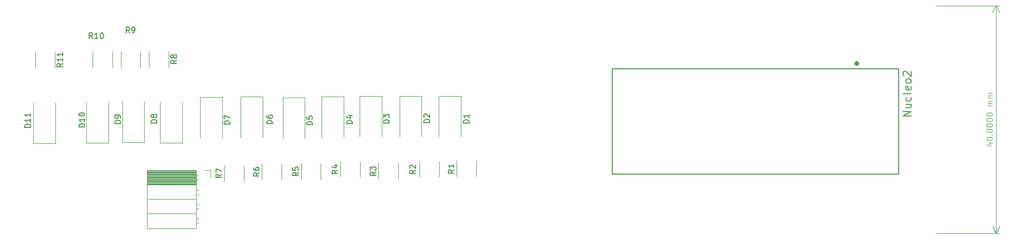
<source format=gbr>
%TF.GenerationSoftware,KiCad,Pcbnew,8.0.8*%
%TF.CreationDate,2025-04-10T10:16:36+02:00*%
%TF.ProjectId,Projet S6,50726f6a-6574-4205-9336-2e6b69636164,rev?*%
%TF.SameCoordinates,Original*%
%TF.FileFunction,Legend,Top*%
%TF.FilePolarity,Positive*%
%FSLAX46Y46*%
G04 Gerber Fmt 4.6, Leading zero omitted, Abs format (unit mm)*
G04 Created by KiCad (PCBNEW 8.0.8) date 2025-04-10 10:16:36*
%MOMM*%
%LPD*%
G01*
G04 APERTURE LIST*
%ADD10C,0.100000*%
%ADD11C,0.150000*%
%ADD12C,0.120000*%
%ADD13C,0.127000*%
%ADD14C,0.400000*%
G04 APERTURE END LIST*
D10*
X239690752Y-103842856D02*
X240357419Y-103842856D01*
X239309800Y-104080951D02*
X240024085Y-104319046D01*
X240024085Y-104319046D02*
X240024085Y-103699999D01*
X239357419Y-103128570D02*
X239357419Y-103033332D01*
X239357419Y-103033332D02*
X239405038Y-102938094D01*
X239405038Y-102938094D02*
X239452657Y-102890475D01*
X239452657Y-102890475D02*
X239547895Y-102842856D01*
X239547895Y-102842856D02*
X239738371Y-102795237D01*
X239738371Y-102795237D02*
X239976466Y-102795237D01*
X239976466Y-102795237D02*
X240166942Y-102842856D01*
X240166942Y-102842856D02*
X240262180Y-102890475D01*
X240262180Y-102890475D02*
X240309800Y-102938094D01*
X240309800Y-102938094D02*
X240357419Y-103033332D01*
X240357419Y-103033332D02*
X240357419Y-103128570D01*
X240357419Y-103128570D02*
X240309800Y-103223808D01*
X240309800Y-103223808D02*
X240262180Y-103271427D01*
X240262180Y-103271427D02*
X240166942Y-103319046D01*
X240166942Y-103319046D02*
X239976466Y-103366665D01*
X239976466Y-103366665D02*
X239738371Y-103366665D01*
X239738371Y-103366665D02*
X239547895Y-103319046D01*
X239547895Y-103319046D02*
X239452657Y-103271427D01*
X239452657Y-103271427D02*
X239405038Y-103223808D01*
X239405038Y-103223808D02*
X239357419Y-103128570D01*
X240262180Y-102366665D02*
X240309800Y-102319046D01*
X240309800Y-102319046D02*
X240357419Y-102366665D01*
X240357419Y-102366665D02*
X240309800Y-102414284D01*
X240309800Y-102414284D02*
X240262180Y-102366665D01*
X240262180Y-102366665D02*
X240357419Y-102366665D01*
X239357419Y-101699999D02*
X239357419Y-101604761D01*
X239357419Y-101604761D02*
X239405038Y-101509523D01*
X239405038Y-101509523D02*
X239452657Y-101461904D01*
X239452657Y-101461904D02*
X239547895Y-101414285D01*
X239547895Y-101414285D02*
X239738371Y-101366666D01*
X239738371Y-101366666D02*
X239976466Y-101366666D01*
X239976466Y-101366666D02*
X240166942Y-101414285D01*
X240166942Y-101414285D02*
X240262180Y-101461904D01*
X240262180Y-101461904D02*
X240309800Y-101509523D01*
X240309800Y-101509523D02*
X240357419Y-101604761D01*
X240357419Y-101604761D02*
X240357419Y-101699999D01*
X240357419Y-101699999D02*
X240309800Y-101795237D01*
X240309800Y-101795237D02*
X240262180Y-101842856D01*
X240262180Y-101842856D02*
X240166942Y-101890475D01*
X240166942Y-101890475D02*
X239976466Y-101938094D01*
X239976466Y-101938094D02*
X239738371Y-101938094D01*
X239738371Y-101938094D02*
X239547895Y-101890475D01*
X239547895Y-101890475D02*
X239452657Y-101842856D01*
X239452657Y-101842856D02*
X239405038Y-101795237D01*
X239405038Y-101795237D02*
X239357419Y-101699999D01*
X239357419Y-100747618D02*
X239357419Y-100652380D01*
X239357419Y-100652380D02*
X239405038Y-100557142D01*
X239405038Y-100557142D02*
X239452657Y-100509523D01*
X239452657Y-100509523D02*
X239547895Y-100461904D01*
X239547895Y-100461904D02*
X239738371Y-100414285D01*
X239738371Y-100414285D02*
X239976466Y-100414285D01*
X239976466Y-100414285D02*
X240166942Y-100461904D01*
X240166942Y-100461904D02*
X240262180Y-100509523D01*
X240262180Y-100509523D02*
X240309800Y-100557142D01*
X240309800Y-100557142D02*
X240357419Y-100652380D01*
X240357419Y-100652380D02*
X240357419Y-100747618D01*
X240357419Y-100747618D02*
X240309800Y-100842856D01*
X240309800Y-100842856D02*
X240262180Y-100890475D01*
X240262180Y-100890475D02*
X240166942Y-100938094D01*
X240166942Y-100938094D02*
X239976466Y-100985713D01*
X239976466Y-100985713D02*
X239738371Y-100985713D01*
X239738371Y-100985713D02*
X239547895Y-100938094D01*
X239547895Y-100938094D02*
X239452657Y-100890475D01*
X239452657Y-100890475D02*
X239405038Y-100842856D01*
X239405038Y-100842856D02*
X239357419Y-100747618D01*
X239357419Y-99795237D02*
X239357419Y-99699999D01*
X239357419Y-99699999D02*
X239405038Y-99604761D01*
X239405038Y-99604761D02*
X239452657Y-99557142D01*
X239452657Y-99557142D02*
X239547895Y-99509523D01*
X239547895Y-99509523D02*
X239738371Y-99461904D01*
X239738371Y-99461904D02*
X239976466Y-99461904D01*
X239976466Y-99461904D02*
X240166942Y-99509523D01*
X240166942Y-99509523D02*
X240262180Y-99557142D01*
X240262180Y-99557142D02*
X240309800Y-99604761D01*
X240309800Y-99604761D02*
X240357419Y-99699999D01*
X240357419Y-99699999D02*
X240357419Y-99795237D01*
X240357419Y-99795237D02*
X240309800Y-99890475D01*
X240309800Y-99890475D02*
X240262180Y-99938094D01*
X240262180Y-99938094D02*
X240166942Y-99985713D01*
X240166942Y-99985713D02*
X239976466Y-100033332D01*
X239976466Y-100033332D02*
X239738371Y-100033332D01*
X239738371Y-100033332D02*
X239547895Y-99985713D01*
X239547895Y-99985713D02*
X239452657Y-99938094D01*
X239452657Y-99938094D02*
X239405038Y-99890475D01*
X239405038Y-99890475D02*
X239357419Y-99795237D01*
X239357419Y-98842856D02*
X239357419Y-98747618D01*
X239357419Y-98747618D02*
X239405038Y-98652380D01*
X239405038Y-98652380D02*
X239452657Y-98604761D01*
X239452657Y-98604761D02*
X239547895Y-98557142D01*
X239547895Y-98557142D02*
X239738371Y-98509523D01*
X239738371Y-98509523D02*
X239976466Y-98509523D01*
X239976466Y-98509523D02*
X240166942Y-98557142D01*
X240166942Y-98557142D02*
X240262180Y-98604761D01*
X240262180Y-98604761D02*
X240309800Y-98652380D01*
X240309800Y-98652380D02*
X240357419Y-98747618D01*
X240357419Y-98747618D02*
X240357419Y-98842856D01*
X240357419Y-98842856D02*
X240309800Y-98938094D01*
X240309800Y-98938094D02*
X240262180Y-98985713D01*
X240262180Y-98985713D02*
X240166942Y-99033332D01*
X240166942Y-99033332D02*
X239976466Y-99080951D01*
X239976466Y-99080951D02*
X239738371Y-99080951D01*
X239738371Y-99080951D02*
X239547895Y-99033332D01*
X239547895Y-99033332D02*
X239452657Y-98985713D01*
X239452657Y-98985713D02*
X239405038Y-98938094D01*
X239405038Y-98938094D02*
X239357419Y-98842856D01*
X240357419Y-97319046D02*
X239690752Y-97319046D01*
X239785990Y-97319046D02*
X239738371Y-97271427D01*
X239738371Y-97271427D02*
X239690752Y-97176189D01*
X239690752Y-97176189D02*
X239690752Y-97033332D01*
X239690752Y-97033332D02*
X239738371Y-96938094D01*
X239738371Y-96938094D02*
X239833609Y-96890475D01*
X239833609Y-96890475D02*
X240357419Y-96890475D01*
X239833609Y-96890475D02*
X239738371Y-96842856D01*
X239738371Y-96842856D02*
X239690752Y-96747618D01*
X239690752Y-96747618D02*
X239690752Y-96604761D01*
X239690752Y-96604761D02*
X239738371Y-96509522D01*
X239738371Y-96509522D02*
X239833609Y-96461903D01*
X239833609Y-96461903D02*
X240357419Y-96461903D01*
X240357419Y-95985713D02*
X239690752Y-95985713D01*
X239785990Y-95985713D02*
X239738371Y-95938094D01*
X239738371Y-95938094D02*
X239690752Y-95842856D01*
X239690752Y-95842856D02*
X239690752Y-95699999D01*
X239690752Y-95699999D02*
X239738371Y-95604761D01*
X239738371Y-95604761D02*
X239833609Y-95557142D01*
X239833609Y-95557142D02*
X240357419Y-95557142D01*
X239833609Y-95557142D02*
X239738371Y-95509523D01*
X239738371Y-95509523D02*
X239690752Y-95414285D01*
X239690752Y-95414285D02*
X239690752Y-95271428D01*
X239690752Y-95271428D02*
X239738371Y-95176189D01*
X239738371Y-95176189D02*
X239833609Y-95128570D01*
X239833609Y-95128570D02*
X240357419Y-95128570D01*
X230400000Y-119700000D02*
X241586420Y-119700000D01*
X230400000Y-79700000D02*
X241586420Y-79700000D01*
X241000000Y-119700000D02*
X241000000Y-79700000D01*
X241000000Y-119700000D02*
X241000000Y-79700000D01*
X241000000Y-119700000D02*
X240413579Y-118573496D01*
X241000000Y-119700000D02*
X241586421Y-118573496D01*
X241000000Y-79700000D02*
X241586421Y-80826504D01*
X241000000Y-79700000D02*
X240413579Y-80826504D01*
D11*
X127954819Y-100450594D02*
X126954819Y-100450594D01*
X126954819Y-100450594D02*
X126954819Y-100212499D01*
X126954819Y-100212499D02*
X127002438Y-100069642D01*
X127002438Y-100069642D02*
X127097676Y-99974404D01*
X127097676Y-99974404D02*
X127192914Y-99926785D01*
X127192914Y-99926785D02*
X127383390Y-99879166D01*
X127383390Y-99879166D02*
X127526247Y-99879166D01*
X127526247Y-99879166D02*
X127716723Y-99926785D01*
X127716723Y-99926785D02*
X127811961Y-99974404D01*
X127811961Y-99974404D02*
X127907200Y-100069642D01*
X127907200Y-100069642D02*
X127954819Y-100212499D01*
X127954819Y-100212499D02*
X127954819Y-100450594D01*
X127288152Y-99022023D02*
X127954819Y-99022023D01*
X126907200Y-99260118D02*
X127621485Y-99498213D01*
X127621485Y-99498213D02*
X127621485Y-98879166D01*
X97104819Y-89266666D02*
X96628628Y-89599999D01*
X97104819Y-89838094D02*
X96104819Y-89838094D01*
X96104819Y-89838094D02*
X96104819Y-89457142D01*
X96104819Y-89457142D02*
X96152438Y-89361904D01*
X96152438Y-89361904D02*
X96200057Y-89314285D01*
X96200057Y-89314285D02*
X96295295Y-89266666D01*
X96295295Y-89266666D02*
X96438152Y-89266666D01*
X96438152Y-89266666D02*
X96533390Y-89314285D01*
X96533390Y-89314285D02*
X96581009Y-89361904D01*
X96581009Y-89361904D02*
X96628628Y-89457142D01*
X96628628Y-89457142D02*
X96628628Y-89838094D01*
X96533390Y-88695237D02*
X96485771Y-88790475D01*
X96485771Y-88790475D02*
X96438152Y-88838094D01*
X96438152Y-88838094D02*
X96342914Y-88885713D01*
X96342914Y-88885713D02*
X96295295Y-88885713D01*
X96295295Y-88885713D02*
X96200057Y-88838094D01*
X96200057Y-88838094D02*
X96152438Y-88790475D01*
X96152438Y-88790475D02*
X96104819Y-88695237D01*
X96104819Y-88695237D02*
X96104819Y-88504761D01*
X96104819Y-88504761D02*
X96152438Y-88409523D01*
X96152438Y-88409523D02*
X96200057Y-88361904D01*
X96200057Y-88361904D02*
X96295295Y-88314285D01*
X96295295Y-88314285D02*
X96342914Y-88314285D01*
X96342914Y-88314285D02*
X96438152Y-88361904D01*
X96438152Y-88361904D02*
X96485771Y-88409523D01*
X96485771Y-88409523D02*
X96533390Y-88504761D01*
X96533390Y-88504761D02*
X96533390Y-88695237D01*
X96533390Y-88695237D02*
X96581009Y-88790475D01*
X96581009Y-88790475D02*
X96628628Y-88838094D01*
X96628628Y-88838094D02*
X96723866Y-88885713D01*
X96723866Y-88885713D02*
X96914342Y-88885713D01*
X96914342Y-88885713D02*
X97009580Y-88838094D01*
X97009580Y-88838094D02*
X97057200Y-88790475D01*
X97057200Y-88790475D02*
X97104819Y-88695237D01*
X97104819Y-88695237D02*
X97104819Y-88504761D01*
X97104819Y-88504761D02*
X97057200Y-88409523D01*
X97057200Y-88409523D02*
X97009580Y-88361904D01*
X97009580Y-88361904D02*
X96914342Y-88314285D01*
X96914342Y-88314285D02*
X96723866Y-88314285D01*
X96723866Y-88314285D02*
X96628628Y-88361904D01*
X96628628Y-88361904D02*
X96581009Y-88409523D01*
X96581009Y-88409523D02*
X96533390Y-88504761D01*
X118504819Y-109041666D02*
X118028628Y-109374999D01*
X118504819Y-109613094D02*
X117504819Y-109613094D01*
X117504819Y-109613094D02*
X117504819Y-109232142D01*
X117504819Y-109232142D02*
X117552438Y-109136904D01*
X117552438Y-109136904D02*
X117600057Y-109089285D01*
X117600057Y-109089285D02*
X117695295Y-109041666D01*
X117695295Y-109041666D02*
X117838152Y-109041666D01*
X117838152Y-109041666D02*
X117933390Y-109089285D01*
X117933390Y-109089285D02*
X117981009Y-109136904D01*
X117981009Y-109136904D02*
X118028628Y-109232142D01*
X118028628Y-109232142D02*
X118028628Y-109613094D01*
X117504819Y-108136904D02*
X117504819Y-108613094D01*
X117504819Y-108613094D02*
X117981009Y-108660713D01*
X117981009Y-108660713D02*
X117933390Y-108613094D01*
X117933390Y-108613094D02*
X117885771Y-108517856D01*
X117885771Y-108517856D02*
X117885771Y-108279761D01*
X117885771Y-108279761D02*
X117933390Y-108184523D01*
X117933390Y-108184523D02*
X117981009Y-108136904D01*
X117981009Y-108136904D02*
X118076247Y-108089285D01*
X118076247Y-108089285D02*
X118314342Y-108089285D01*
X118314342Y-108089285D02*
X118409580Y-108136904D01*
X118409580Y-108136904D02*
X118457200Y-108184523D01*
X118457200Y-108184523D02*
X118504819Y-108279761D01*
X118504819Y-108279761D02*
X118504819Y-108517856D01*
X118504819Y-108517856D02*
X118457200Y-108613094D01*
X118457200Y-108613094D02*
X118409580Y-108660713D01*
X132104819Y-108966666D02*
X131628628Y-109299999D01*
X132104819Y-109538094D02*
X131104819Y-109538094D01*
X131104819Y-109538094D02*
X131104819Y-109157142D01*
X131104819Y-109157142D02*
X131152438Y-109061904D01*
X131152438Y-109061904D02*
X131200057Y-109014285D01*
X131200057Y-109014285D02*
X131295295Y-108966666D01*
X131295295Y-108966666D02*
X131438152Y-108966666D01*
X131438152Y-108966666D02*
X131533390Y-109014285D01*
X131533390Y-109014285D02*
X131581009Y-109061904D01*
X131581009Y-109061904D02*
X131628628Y-109157142D01*
X131628628Y-109157142D02*
X131628628Y-109538094D01*
X131104819Y-108633332D02*
X131104819Y-108014285D01*
X131104819Y-108014285D02*
X131485771Y-108347618D01*
X131485771Y-108347618D02*
X131485771Y-108204761D01*
X131485771Y-108204761D02*
X131533390Y-108109523D01*
X131533390Y-108109523D02*
X131581009Y-108061904D01*
X131581009Y-108061904D02*
X131676247Y-108014285D01*
X131676247Y-108014285D02*
X131914342Y-108014285D01*
X131914342Y-108014285D02*
X132009580Y-108061904D01*
X132009580Y-108061904D02*
X132057200Y-108109523D01*
X132057200Y-108109523D02*
X132104819Y-108204761D01*
X132104819Y-108204761D02*
X132104819Y-108490475D01*
X132104819Y-108490475D02*
X132057200Y-108585713D01*
X132057200Y-108585713D02*
X132009580Y-108633332D01*
X105004819Y-109366666D02*
X104528628Y-109699999D01*
X105004819Y-109938094D02*
X104004819Y-109938094D01*
X104004819Y-109938094D02*
X104004819Y-109557142D01*
X104004819Y-109557142D02*
X104052438Y-109461904D01*
X104052438Y-109461904D02*
X104100057Y-109414285D01*
X104100057Y-109414285D02*
X104195295Y-109366666D01*
X104195295Y-109366666D02*
X104338152Y-109366666D01*
X104338152Y-109366666D02*
X104433390Y-109414285D01*
X104433390Y-109414285D02*
X104481009Y-109461904D01*
X104481009Y-109461904D02*
X104528628Y-109557142D01*
X104528628Y-109557142D02*
X104528628Y-109938094D01*
X104004819Y-109033332D02*
X104004819Y-108366666D01*
X104004819Y-108366666D02*
X105004819Y-108795237D01*
X113914819Y-100450594D02*
X112914819Y-100450594D01*
X112914819Y-100450594D02*
X112914819Y-100212499D01*
X112914819Y-100212499D02*
X112962438Y-100069642D01*
X112962438Y-100069642D02*
X113057676Y-99974404D01*
X113057676Y-99974404D02*
X113152914Y-99926785D01*
X113152914Y-99926785D02*
X113343390Y-99879166D01*
X113343390Y-99879166D02*
X113486247Y-99879166D01*
X113486247Y-99879166D02*
X113676723Y-99926785D01*
X113676723Y-99926785D02*
X113771961Y-99974404D01*
X113771961Y-99974404D02*
X113867200Y-100069642D01*
X113867200Y-100069642D02*
X113914819Y-100212499D01*
X113914819Y-100212499D02*
X113914819Y-100450594D01*
X112914819Y-99022023D02*
X112914819Y-99212499D01*
X112914819Y-99212499D02*
X112962438Y-99307737D01*
X112962438Y-99307737D02*
X113010057Y-99355356D01*
X113010057Y-99355356D02*
X113152914Y-99450594D01*
X113152914Y-99450594D02*
X113343390Y-99498213D01*
X113343390Y-99498213D02*
X113724342Y-99498213D01*
X113724342Y-99498213D02*
X113819580Y-99450594D01*
X113819580Y-99450594D02*
X113867200Y-99402975D01*
X113867200Y-99402975D02*
X113914819Y-99307737D01*
X113914819Y-99307737D02*
X113914819Y-99117261D01*
X113914819Y-99117261D02*
X113867200Y-99022023D01*
X113867200Y-99022023D02*
X113819580Y-98974404D01*
X113819580Y-98974404D02*
X113724342Y-98926785D01*
X113724342Y-98926785D02*
X113486247Y-98926785D01*
X113486247Y-98926785D02*
X113391009Y-98974404D01*
X113391009Y-98974404D02*
X113343390Y-99022023D01*
X113343390Y-99022023D02*
X113295771Y-99117261D01*
X113295771Y-99117261D02*
X113295771Y-99307737D01*
X113295771Y-99307737D02*
X113343390Y-99402975D01*
X113343390Y-99402975D02*
X113391009Y-99450594D01*
X113391009Y-99450594D02*
X113486247Y-99498213D01*
X71454819Y-101101785D02*
X70454819Y-101101785D01*
X70454819Y-101101785D02*
X70454819Y-100863690D01*
X70454819Y-100863690D02*
X70502438Y-100720833D01*
X70502438Y-100720833D02*
X70597676Y-100625595D01*
X70597676Y-100625595D02*
X70692914Y-100577976D01*
X70692914Y-100577976D02*
X70883390Y-100530357D01*
X70883390Y-100530357D02*
X71026247Y-100530357D01*
X71026247Y-100530357D02*
X71216723Y-100577976D01*
X71216723Y-100577976D02*
X71311961Y-100625595D01*
X71311961Y-100625595D02*
X71407200Y-100720833D01*
X71407200Y-100720833D02*
X71454819Y-100863690D01*
X71454819Y-100863690D02*
X71454819Y-101101785D01*
X71454819Y-99577976D02*
X71454819Y-100149404D01*
X71454819Y-99863690D02*
X70454819Y-99863690D01*
X70454819Y-99863690D02*
X70597676Y-99958928D01*
X70597676Y-99958928D02*
X70692914Y-100054166D01*
X70692914Y-100054166D02*
X70740533Y-100149404D01*
X71454819Y-98625595D02*
X71454819Y-99197023D01*
X71454819Y-98911309D02*
X70454819Y-98911309D01*
X70454819Y-98911309D02*
X70597676Y-99006547D01*
X70597676Y-99006547D02*
X70692914Y-99101785D01*
X70692914Y-99101785D02*
X70740533Y-99197023D01*
X106454819Y-100525594D02*
X105454819Y-100525594D01*
X105454819Y-100525594D02*
X105454819Y-100287499D01*
X105454819Y-100287499D02*
X105502438Y-100144642D01*
X105502438Y-100144642D02*
X105597676Y-100049404D01*
X105597676Y-100049404D02*
X105692914Y-100001785D01*
X105692914Y-100001785D02*
X105883390Y-99954166D01*
X105883390Y-99954166D02*
X106026247Y-99954166D01*
X106026247Y-99954166D02*
X106216723Y-100001785D01*
X106216723Y-100001785D02*
X106311961Y-100049404D01*
X106311961Y-100049404D02*
X106407200Y-100144642D01*
X106407200Y-100144642D02*
X106454819Y-100287499D01*
X106454819Y-100287499D02*
X106454819Y-100525594D01*
X105454819Y-99620832D02*
X105454819Y-98954166D01*
X105454819Y-98954166D02*
X106454819Y-99382737D01*
X120954819Y-100625594D02*
X119954819Y-100625594D01*
X119954819Y-100625594D02*
X119954819Y-100387499D01*
X119954819Y-100387499D02*
X120002438Y-100244642D01*
X120002438Y-100244642D02*
X120097676Y-100149404D01*
X120097676Y-100149404D02*
X120192914Y-100101785D01*
X120192914Y-100101785D02*
X120383390Y-100054166D01*
X120383390Y-100054166D02*
X120526247Y-100054166D01*
X120526247Y-100054166D02*
X120716723Y-100101785D01*
X120716723Y-100101785D02*
X120811961Y-100149404D01*
X120811961Y-100149404D02*
X120907200Y-100244642D01*
X120907200Y-100244642D02*
X120954819Y-100387499D01*
X120954819Y-100387499D02*
X120954819Y-100625594D01*
X119954819Y-99149404D02*
X119954819Y-99625594D01*
X119954819Y-99625594D02*
X120431009Y-99673213D01*
X120431009Y-99673213D02*
X120383390Y-99625594D01*
X120383390Y-99625594D02*
X120335771Y-99530356D01*
X120335771Y-99530356D02*
X120335771Y-99292261D01*
X120335771Y-99292261D02*
X120383390Y-99197023D01*
X120383390Y-99197023D02*
X120431009Y-99149404D01*
X120431009Y-99149404D02*
X120526247Y-99101785D01*
X120526247Y-99101785D02*
X120764342Y-99101785D01*
X120764342Y-99101785D02*
X120859580Y-99149404D01*
X120859580Y-99149404D02*
X120907200Y-99197023D01*
X120907200Y-99197023D02*
X120954819Y-99292261D01*
X120954819Y-99292261D02*
X120954819Y-99530356D01*
X120954819Y-99530356D02*
X120907200Y-99625594D01*
X120907200Y-99625594D02*
X120859580Y-99673213D01*
X134454819Y-100338094D02*
X133454819Y-100338094D01*
X133454819Y-100338094D02*
X133454819Y-100099999D01*
X133454819Y-100099999D02*
X133502438Y-99957142D01*
X133502438Y-99957142D02*
X133597676Y-99861904D01*
X133597676Y-99861904D02*
X133692914Y-99814285D01*
X133692914Y-99814285D02*
X133883390Y-99766666D01*
X133883390Y-99766666D02*
X134026247Y-99766666D01*
X134026247Y-99766666D02*
X134216723Y-99814285D01*
X134216723Y-99814285D02*
X134311961Y-99861904D01*
X134311961Y-99861904D02*
X134407200Y-99957142D01*
X134407200Y-99957142D02*
X134454819Y-100099999D01*
X134454819Y-100099999D02*
X134454819Y-100338094D01*
X133454819Y-99433332D02*
X133454819Y-98814285D01*
X133454819Y-98814285D02*
X133835771Y-99147618D01*
X133835771Y-99147618D02*
X133835771Y-99004761D01*
X133835771Y-99004761D02*
X133883390Y-98909523D01*
X133883390Y-98909523D02*
X133931009Y-98861904D01*
X133931009Y-98861904D02*
X134026247Y-98814285D01*
X134026247Y-98814285D02*
X134264342Y-98814285D01*
X134264342Y-98814285D02*
X134359580Y-98861904D01*
X134359580Y-98861904D02*
X134407200Y-98909523D01*
X134407200Y-98909523D02*
X134454819Y-99004761D01*
X134454819Y-99004761D02*
X134454819Y-99290475D01*
X134454819Y-99290475D02*
X134407200Y-99385713D01*
X134407200Y-99385713D02*
X134359580Y-99433332D01*
X77104819Y-89842857D02*
X76628628Y-90176190D01*
X77104819Y-90414285D02*
X76104819Y-90414285D01*
X76104819Y-90414285D02*
X76104819Y-90033333D01*
X76104819Y-90033333D02*
X76152438Y-89938095D01*
X76152438Y-89938095D02*
X76200057Y-89890476D01*
X76200057Y-89890476D02*
X76295295Y-89842857D01*
X76295295Y-89842857D02*
X76438152Y-89842857D01*
X76438152Y-89842857D02*
X76533390Y-89890476D01*
X76533390Y-89890476D02*
X76581009Y-89938095D01*
X76581009Y-89938095D02*
X76628628Y-90033333D01*
X76628628Y-90033333D02*
X76628628Y-90414285D01*
X77104819Y-88890476D02*
X77104819Y-89461904D01*
X77104819Y-89176190D02*
X76104819Y-89176190D01*
X76104819Y-89176190D02*
X76247676Y-89271428D01*
X76247676Y-89271428D02*
X76342914Y-89366666D01*
X76342914Y-89366666D02*
X76390533Y-89461904D01*
X77104819Y-87938095D02*
X77104819Y-88509523D01*
X77104819Y-88223809D02*
X76104819Y-88223809D01*
X76104819Y-88223809D02*
X76247676Y-88319047D01*
X76247676Y-88319047D02*
X76342914Y-88414285D01*
X76342914Y-88414285D02*
X76390533Y-88509523D01*
X139054819Y-108666666D02*
X138578628Y-108999999D01*
X139054819Y-109238094D02*
X138054819Y-109238094D01*
X138054819Y-109238094D02*
X138054819Y-108857142D01*
X138054819Y-108857142D02*
X138102438Y-108761904D01*
X138102438Y-108761904D02*
X138150057Y-108714285D01*
X138150057Y-108714285D02*
X138245295Y-108666666D01*
X138245295Y-108666666D02*
X138388152Y-108666666D01*
X138388152Y-108666666D02*
X138483390Y-108714285D01*
X138483390Y-108714285D02*
X138531009Y-108761904D01*
X138531009Y-108761904D02*
X138578628Y-108857142D01*
X138578628Y-108857142D02*
X138578628Y-109238094D01*
X138150057Y-108285713D02*
X138102438Y-108238094D01*
X138102438Y-108238094D02*
X138054819Y-108142856D01*
X138054819Y-108142856D02*
X138054819Y-107904761D01*
X138054819Y-107904761D02*
X138102438Y-107809523D01*
X138102438Y-107809523D02*
X138150057Y-107761904D01*
X138150057Y-107761904D02*
X138245295Y-107714285D01*
X138245295Y-107714285D02*
X138340533Y-107714285D01*
X138340533Y-107714285D02*
X138483390Y-107761904D01*
X138483390Y-107761904D02*
X139054819Y-108333332D01*
X139054819Y-108333332D02*
X139054819Y-107714285D01*
X80954819Y-101014285D02*
X79954819Y-101014285D01*
X79954819Y-101014285D02*
X79954819Y-100776190D01*
X79954819Y-100776190D02*
X80002438Y-100633333D01*
X80002438Y-100633333D02*
X80097676Y-100538095D01*
X80097676Y-100538095D02*
X80192914Y-100490476D01*
X80192914Y-100490476D02*
X80383390Y-100442857D01*
X80383390Y-100442857D02*
X80526247Y-100442857D01*
X80526247Y-100442857D02*
X80716723Y-100490476D01*
X80716723Y-100490476D02*
X80811961Y-100538095D01*
X80811961Y-100538095D02*
X80907200Y-100633333D01*
X80907200Y-100633333D02*
X80954819Y-100776190D01*
X80954819Y-100776190D02*
X80954819Y-101014285D01*
X80954819Y-99490476D02*
X80954819Y-100061904D01*
X80954819Y-99776190D02*
X79954819Y-99776190D01*
X79954819Y-99776190D02*
X80097676Y-99871428D01*
X80097676Y-99871428D02*
X80192914Y-99966666D01*
X80192914Y-99966666D02*
X80240533Y-100061904D01*
X79954819Y-98871428D02*
X79954819Y-98776190D01*
X79954819Y-98776190D02*
X80002438Y-98680952D01*
X80002438Y-98680952D02*
X80050057Y-98633333D01*
X80050057Y-98633333D02*
X80145295Y-98585714D01*
X80145295Y-98585714D02*
X80335771Y-98538095D01*
X80335771Y-98538095D02*
X80573866Y-98538095D01*
X80573866Y-98538095D02*
X80764342Y-98585714D01*
X80764342Y-98585714D02*
X80859580Y-98633333D01*
X80859580Y-98633333D02*
X80907200Y-98680952D01*
X80907200Y-98680952D02*
X80954819Y-98776190D01*
X80954819Y-98776190D02*
X80954819Y-98871428D01*
X80954819Y-98871428D02*
X80907200Y-98966666D01*
X80907200Y-98966666D02*
X80859580Y-99014285D01*
X80859580Y-99014285D02*
X80764342Y-99061904D01*
X80764342Y-99061904D02*
X80573866Y-99109523D01*
X80573866Y-99109523D02*
X80335771Y-99109523D01*
X80335771Y-99109523D02*
X80145295Y-99061904D01*
X80145295Y-99061904D02*
X80050057Y-99014285D01*
X80050057Y-99014285D02*
X80002438Y-98966666D01*
X80002438Y-98966666D02*
X79954819Y-98871428D01*
X88833333Y-84454819D02*
X88500000Y-83978628D01*
X88261905Y-84454819D02*
X88261905Y-83454819D01*
X88261905Y-83454819D02*
X88642857Y-83454819D01*
X88642857Y-83454819D02*
X88738095Y-83502438D01*
X88738095Y-83502438D02*
X88785714Y-83550057D01*
X88785714Y-83550057D02*
X88833333Y-83645295D01*
X88833333Y-83645295D02*
X88833333Y-83788152D01*
X88833333Y-83788152D02*
X88785714Y-83883390D01*
X88785714Y-83883390D02*
X88738095Y-83931009D01*
X88738095Y-83931009D02*
X88642857Y-83978628D01*
X88642857Y-83978628D02*
X88261905Y-83978628D01*
X89309524Y-84454819D02*
X89500000Y-84454819D01*
X89500000Y-84454819D02*
X89595238Y-84407200D01*
X89595238Y-84407200D02*
X89642857Y-84359580D01*
X89642857Y-84359580D02*
X89738095Y-84216723D01*
X89738095Y-84216723D02*
X89785714Y-84026247D01*
X89785714Y-84026247D02*
X89785714Y-83645295D01*
X89785714Y-83645295D02*
X89738095Y-83550057D01*
X89738095Y-83550057D02*
X89690476Y-83502438D01*
X89690476Y-83502438D02*
X89595238Y-83454819D01*
X89595238Y-83454819D02*
X89404762Y-83454819D01*
X89404762Y-83454819D02*
X89309524Y-83502438D01*
X89309524Y-83502438D02*
X89261905Y-83550057D01*
X89261905Y-83550057D02*
X89214286Y-83645295D01*
X89214286Y-83645295D02*
X89214286Y-83883390D01*
X89214286Y-83883390D02*
X89261905Y-83978628D01*
X89261905Y-83978628D02*
X89309524Y-84026247D01*
X89309524Y-84026247D02*
X89404762Y-84073866D01*
X89404762Y-84073866D02*
X89595238Y-84073866D01*
X89595238Y-84073866D02*
X89690476Y-84026247D01*
X89690476Y-84026247D02*
X89738095Y-83978628D01*
X89738095Y-83978628D02*
X89785714Y-83883390D01*
X141554819Y-100250594D02*
X140554819Y-100250594D01*
X140554819Y-100250594D02*
X140554819Y-100012499D01*
X140554819Y-100012499D02*
X140602438Y-99869642D01*
X140602438Y-99869642D02*
X140697676Y-99774404D01*
X140697676Y-99774404D02*
X140792914Y-99726785D01*
X140792914Y-99726785D02*
X140983390Y-99679166D01*
X140983390Y-99679166D02*
X141126247Y-99679166D01*
X141126247Y-99679166D02*
X141316723Y-99726785D01*
X141316723Y-99726785D02*
X141411961Y-99774404D01*
X141411961Y-99774404D02*
X141507200Y-99869642D01*
X141507200Y-99869642D02*
X141554819Y-100012499D01*
X141554819Y-100012499D02*
X141554819Y-100250594D01*
X140650057Y-99298213D02*
X140602438Y-99250594D01*
X140602438Y-99250594D02*
X140554819Y-99155356D01*
X140554819Y-99155356D02*
X140554819Y-98917261D01*
X140554819Y-98917261D02*
X140602438Y-98822023D01*
X140602438Y-98822023D02*
X140650057Y-98774404D01*
X140650057Y-98774404D02*
X140745295Y-98726785D01*
X140745295Y-98726785D02*
X140840533Y-98726785D01*
X140840533Y-98726785D02*
X140983390Y-98774404D01*
X140983390Y-98774404D02*
X141554819Y-99345832D01*
X141554819Y-99345832D02*
X141554819Y-98726785D01*
X82357142Y-85454819D02*
X82023809Y-84978628D01*
X81785714Y-85454819D02*
X81785714Y-84454819D01*
X81785714Y-84454819D02*
X82166666Y-84454819D01*
X82166666Y-84454819D02*
X82261904Y-84502438D01*
X82261904Y-84502438D02*
X82309523Y-84550057D01*
X82309523Y-84550057D02*
X82357142Y-84645295D01*
X82357142Y-84645295D02*
X82357142Y-84788152D01*
X82357142Y-84788152D02*
X82309523Y-84883390D01*
X82309523Y-84883390D02*
X82261904Y-84931009D01*
X82261904Y-84931009D02*
X82166666Y-84978628D01*
X82166666Y-84978628D02*
X81785714Y-84978628D01*
X83309523Y-85454819D02*
X82738095Y-85454819D01*
X83023809Y-85454819D02*
X83023809Y-84454819D01*
X83023809Y-84454819D02*
X82928571Y-84597676D01*
X82928571Y-84597676D02*
X82833333Y-84692914D01*
X82833333Y-84692914D02*
X82738095Y-84740533D01*
X83928571Y-84454819D02*
X84023809Y-84454819D01*
X84023809Y-84454819D02*
X84119047Y-84502438D01*
X84119047Y-84502438D02*
X84166666Y-84550057D01*
X84166666Y-84550057D02*
X84214285Y-84645295D01*
X84214285Y-84645295D02*
X84261904Y-84835771D01*
X84261904Y-84835771D02*
X84261904Y-85073866D01*
X84261904Y-85073866D02*
X84214285Y-85264342D01*
X84214285Y-85264342D02*
X84166666Y-85359580D01*
X84166666Y-85359580D02*
X84119047Y-85407200D01*
X84119047Y-85407200D02*
X84023809Y-85454819D01*
X84023809Y-85454819D02*
X83928571Y-85454819D01*
X83928571Y-85454819D02*
X83833333Y-85407200D01*
X83833333Y-85407200D02*
X83785714Y-85359580D01*
X83785714Y-85359580D02*
X83738095Y-85264342D01*
X83738095Y-85264342D02*
X83690476Y-85073866D01*
X83690476Y-85073866D02*
X83690476Y-84835771D01*
X83690476Y-84835771D02*
X83738095Y-84645295D01*
X83738095Y-84645295D02*
X83785714Y-84550057D01*
X83785714Y-84550057D02*
X83833333Y-84502438D01*
X83833333Y-84502438D02*
X83928571Y-84454819D01*
X111604819Y-109066666D02*
X111128628Y-109399999D01*
X111604819Y-109638094D02*
X110604819Y-109638094D01*
X110604819Y-109638094D02*
X110604819Y-109257142D01*
X110604819Y-109257142D02*
X110652438Y-109161904D01*
X110652438Y-109161904D02*
X110700057Y-109114285D01*
X110700057Y-109114285D02*
X110795295Y-109066666D01*
X110795295Y-109066666D02*
X110938152Y-109066666D01*
X110938152Y-109066666D02*
X111033390Y-109114285D01*
X111033390Y-109114285D02*
X111081009Y-109161904D01*
X111081009Y-109161904D02*
X111128628Y-109257142D01*
X111128628Y-109257142D02*
X111128628Y-109638094D01*
X110604819Y-108209523D02*
X110604819Y-108399999D01*
X110604819Y-108399999D02*
X110652438Y-108495237D01*
X110652438Y-108495237D02*
X110700057Y-108542856D01*
X110700057Y-108542856D02*
X110842914Y-108638094D01*
X110842914Y-108638094D02*
X111033390Y-108685713D01*
X111033390Y-108685713D02*
X111414342Y-108685713D01*
X111414342Y-108685713D02*
X111509580Y-108638094D01*
X111509580Y-108638094D02*
X111557200Y-108590475D01*
X111557200Y-108590475D02*
X111604819Y-108495237D01*
X111604819Y-108495237D02*
X111604819Y-108304761D01*
X111604819Y-108304761D02*
X111557200Y-108209523D01*
X111557200Y-108209523D02*
X111509580Y-108161904D01*
X111509580Y-108161904D02*
X111414342Y-108114285D01*
X111414342Y-108114285D02*
X111176247Y-108114285D01*
X111176247Y-108114285D02*
X111081009Y-108161904D01*
X111081009Y-108161904D02*
X111033390Y-108209523D01*
X111033390Y-108209523D02*
X110985771Y-108304761D01*
X110985771Y-108304761D02*
X110985771Y-108495237D01*
X110985771Y-108495237D02*
X111033390Y-108590475D01*
X111033390Y-108590475D02*
X111081009Y-108638094D01*
X111081009Y-108638094D02*
X111176247Y-108685713D01*
X87254819Y-100425594D02*
X86254819Y-100425594D01*
X86254819Y-100425594D02*
X86254819Y-100187499D01*
X86254819Y-100187499D02*
X86302438Y-100044642D01*
X86302438Y-100044642D02*
X86397676Y-99949404D01*
X86397676Y-99949404D02*
X86492914Y-99901785D01*
X86492914Y-99901785D02*
X86683390Y-99854166D01*
X86683390Y-99854166D02*
X86826247Y-99854166D01*
X86826247Y-99854166D02*
X87016723Y-99901785D01*
X87016723Y-99901785D02*
X87111961Y-99949404D01*
X87111961Y-99949404D02*
X87207200Y-100044642D01*
X87207200Y-100044642D02*
X87254819Y-100187499D01*
X87254819Y-100187499D02*
X87254819Y-100425594D01*
X87254819Y-99377975D02*
X87254819Y-99187499D01*
X87254819Y-99187499D02*
X87207200Y-99092261D01*
X87207200Y-99092261D02*
X87159580Y-99044642D01*
X87159580Y-99044642D02*
X87016723Y-98949404D01*
X87016723Y-98949404D02*
X86826247Y-98901785D01*
X86826247Y-98901785D02*
X86445295Y-98901785D01*
X86445295Y-98901785D02*
X86350057Y-98949404D01*
X86350057Y-98949404D02*
X86302438Y-98997023D01*
X86302438Y-98997023D02*
X86254819Y-99092261D01*
X86254819Y-99092261D02*
X86254819Y-99282737D01*
X86254819Y-99282737D02*
X86302438Y-99377975D01*
X86302438Y-99377975D02*
X86350057Y-99425594D01*
X86350057Y-99425594D02*
X86445295Y-99473213D01*
X86445295Y-99473213D02*
X86683390Y-99473213D01*
X86683390Y-99473213D02*
X86778628Y-99425594D01*
X86778628Y-99425594D02*
X86826247Y-99377975D01*
X86826247Y-99377975D02*
X86873866Y-99282737D01*
X86873866Y-99282737D02*
X86873866Y-99092261D01*
X86873866Y-99092261D02*
X86826247Y-98997023D01*
X86826247Y-98997023D02*
X86778628Y-98949404D01*
X86778628Y-98949404D02*
X86683390Y-98901785D01*
X145804819Y-108541666D02*
X145328628Y-108874999D01*
X145804819Y-109113094D02*
X144804819Y-109113094D01*
X144804819Y-109113094D02*
X144804819Y-108732142D01*
X144804819Y-108732142D02*
X144852438Y-108636904D01*
X144852438Y-108636904D02*
X144900057Y-108589285D01*
X144900057Y-108589285D02*
X144995295Y-108541666D01*
X144995295Y-108541666D02*
X145138152Y-108541666D01*
X145138152Y-108541666D02*
X145233390Y-108589285D01*
X145233390Y-108589285D02*
X145281009Y-108636904D01*
X145281009Y-108636904D02*
X145328628Y-108732142D01*
X145328628Y-108732142D02*
X145328628Y-109113094D01*
X145804819Y-107589285D02*
X145804819Y-108160713D01*
X145804819Y-107874999D02*
X144804819Y-107874999D01*
X144804819Y-107874999D02*
X144947676Y-107970237D01*
X144947676Y-107970237D02*
X145042914Y-108065475D01*
X145042914Y-108065475D02*
X145090533Y-108160713D01*
X125404819Y-108641666D02*
X124928628Y-108974999D01*
X125404819Y-109213094D02*
X124404819Y-109213094D01*
X124404819Y-109213094D02*
X124404819Y-108832142D01*
X124404819Y-108832142D02*
X124452438Y-108736904D01*
X124452438Y-108736904D02*
X124500057Y-108689285D01*
X124500057Y-108689285D02*
X124595295Y-108641666D01*
X124595295Y-108641666D02*
X124738152Y-108641666D01*
X124738152Y-108641666D02*
X124833390Y-108689285D01*
X124833390Y-108689285D02*
X124881009Y-108736904D01*
X124881009Y-108736904D02*
X124928628Y-108832142D01*
X124928628Y-108832142D02*
X124928628Y-109213094D01*
X124738152Y-107784523D02*
X125404819Y-107784523D01*
X124357200Y-108022618D02*
X125071485Y-108260713D01*
X125071485Y-108260713D02*
X125071485Y-107641666D01*
X148454819Y-100338094D02*
X147454819Y-100338094D01*
X147454819Y-100338094D02*
X147454819Y-100099999D01*
X147454819Y-100099999D02*
X147502438Y-99957142D01*
X147502438Y-99957142D02*
X147597676Y-99861904D01*
X147597676Y-99861904D02*
X147692914Y-99814285D01*
X147692914Y-99814285D02*
X147883390Y-99766666D01*
X147883390Y-99766666D02*
X148026247Y-99766666D01*
X148026247Y-99766666D02*
X148216723Y-99814285D01*
X148216723Y-99814285D02*
X148311961Y-99861904D01*
X148311961Y-99861904D02*
X148407200Y-99957142D01*
X148407200Y-99957142D02*
X148454819Y-100099999D01*
X148454819Y-100099999D02*
X148454819Y-100338094D01*
X148454819Y-98814285D02*
X148454819Y-99385713D01*
X148454819Y-99099999D02*
X147454819Y-99099999D01*
X147454819Y-99099999D02*
X147597676Y-99195237D01*
X147597676Y-99195237D02*
X147692914Y-99290475D01*
X147692914Y-99290475D02*
X147740533Y-99385713D01*
X93634819Y-100313094D02*
X92634819Y-100313094D01*
X92634819Y-100313094D02*
X92634819Y-100074999D01*
X92634819Y-100074999D02*
X92682438Y-99932142D01*
X92682438Y-99932142D02*
X92777676Y-99836904D01*
X92777676Y-99836904D02*
X92872914Y-99789285D01*
X92872914Y-99789285D02*
X93063390Y-99741666D01*
X93063390Y-99741666D02*
X93206247Y-99741666D01*
X93206247Y-99741666D02*
X93396723Y-99789285D01*
X93396723Y-99789285D02*
X93491961Y-99836904D01*
X93491961Y-99836904D02*
X93587200Y-99932142D01*
X93587200Y-99932142D02*
X93634819Y-100074999D01*
X93634819Y-100074999D02*
X93634819Y-100313094D01*
X93063390Y-99170237D02*
X93015771Y-99265475D01*
X93015771Y-99265475D02*
X92968152Y-99313094D01*
X92968152Y-99313094D02*
X92872914Y-99360713D01*
X92872914Y-99360713D02*
X92825295Y-99360713D01*
X92825295Y-99360713D02*
X92730057Y-99313094D01*
X92730057Y-99313094D02*
X92682438Y-99265475D01*
X92682438Y-99265475D02*
X92634819Y-99170237D01*
X92634819Y-99170237D02*
X92634819Y-98979761D01*
X92634819Y-98979761D02*
X92682438Y-98884523D01*
X92682438Y-98884523D02*
X92730057Y-98836904D01*
X92730057Y-98836904D02*
X92825295Y-98789285D01*
X92825295Y-98789285D02*
X92872914Y-98789285D01*
X92872914Y-98789285D02*
X92968152Y-98836904D01*
X92968152Y-98836904D02*
X93015771Y-98884523D01*
X93015771Y-98884523D02*
X93063390Y-98979761D01*
X93063390Y-98979761D02*
X93063390Y-99170237D01*
X93063390Y-99170237D02*
X93111009Y-99265475D01*
X93111009Y-99265475D02*
X93158628Y-99313094D01*
X93158628Y-99313094D02*
X93253866Y-99360713D01*
X93253866Y-99360713D02*
X93444342Y-99360713D01*
X93444342Y-99360713D02*
X93539580Y-99313094D01*
X93539580Y-99313094D02*
X93587200Y-99265475D01*
X93587200Y-99265475D02*
X93634819Y-99170237D01*
X93634819Y-99170237D02*
X93634819Y-98979761D01*
X93634819Y-98979761D02*
X93587200Y-98884523D01*
X93587200Y-98884523D02*
X93539580Y-98836904D01*
X93539580Y-98836904D02*
X93444342Y-98789285D01*
X93444342Y-98789285D02*
X93253866Y-98789285D01*
X93253866Y-98789285D02*
X93158628Y-98836904D01*
X93158628Y-98836904D02*
X93111009Y-98884523D01*
X93111009Y-98884523D02*
X93063390Y-98979761D01*
X226105176Y-99113483D02*
X224702798Y-99113483D01*
X224702798Y-99113483D02*
X226105176Y-98312124D01*
X226105176Y-98312124D02*
X224702798Y-98312124D01*
X225170258Y-97043306D02*
X226105176Y-97043306D01*
X225170258Y-97644325D02*
X225904837Y-97644325D01*
X225904837Y-97644325D02*
X226038397Y-97577545D01*
X226038397Y-97577545D02*
X226105176Y-97443985D01*
X226105176Y-97443985D02*
X226105176Y-97243646D01*
X226105176Y-97243646D02*
X226038397Y-97110086D01*
X226038397Y-97110086D02*
X225971617Y-97043306D01*
X226038397Y-95774488D02*
X226105176Y-95908048D01*
X226105176Y-95908048D02*
X226105176Y-96175167D01*
X226105176Y-96175167D02*
X226038397Y-96308727D01*
X226038397Y-96308727D02*
X225971617Y-96375507D01*
X225971617Y-96375507D02*
X225838057Y-96442287D01*
X225838057Y-96442287D02*
X225437377Y-96442287D01*
X225437377Y-96442287D02*
X225303818Y-96375507D01*
X225303818Y-96375507D02*
X225237038Y-96308727D01*
X225237038Y-96308727D02*
X225170258Y-96175167D01*
X225170258Y-96175167D02*
X225170258Y-95908048D01*
X225170258Y-95908048D02*
X225237038Y-95774488D01*
X226105176Y-94973129D02*
X226038397Y-95106689D01*
X226038397Y-95106689D02*
X225904837Y-95173469D01*
X225904837Y-95173469D02*
X224702798Y-95173469D01*
X226038397Y-93904651D02*
X226105176Y-94038211D01*
X226105176Y-94038211D02*
X226105176Y-94305330D01*
X226105176Y-94305330D02*
X226038397Y-94438890D01*
X226038397Y-94438890D02*
X225904837Y-94505670D01*
X225904837Y-94505670D02*
X225370597Y-94505670D01*
X225370597Y-94505670D02*
X225237038Y-94438890D01*
X225237038Y-94438890D02*
X225170258Y-94305330D01*
X225170258Y-94305330D02*
X225170258Y-94038211D01*
X225170258Y-94038211D02*
X225237038Y-93904651D01*
X225237038Y-93904651D02*
X225370597Y-93837871D01*
X225370597Y-93837871D02*
X225504157Y-93837871D01*
X225504157Y-93837871D02*
X225637717Y-94505670D01*
X226105176Y-93036512D02*
X226038397Y-93170072D01*
X226038397Y-93170072D02*
X225971617Y-93236852D01*
X225971617Y-93236852D02*
X225838057Y-93303632D01*
X225838057Y-93303632D02*
X225437377Y-93303632D01*
X225437377Y-93303632D02*
X225303818Y-93236852D01*
X225303818Y-93236852D02*
X225237038Y-93170072D01*
X225237038Y-93170072D02*
X225170258Y-93036512D01*
X225170258Y-93036512D02*
X225170258Y-92836173D01*
X225170258Y-92836173D02*
X225237038Y-92702613D01*
X225237038Y-92702613D02*
X225303818Y-92635833D01*
X225303818Y-92635833D02*
X225437377Y-92569053D01*
X225437377Y-92569053D02*
X225838057Y-92569053D01*
X225838057Y-92569053D02*
X225971617Y-92635833D01*
X225971617Y-92635833D02*
X226038397Y-92702613D01*
X226038397Y-92702613D02*
X226105176Y-92836173D01*
X226105176Y-92836173D02*
X226105176Y-93036512D01*
X224836358Y-92034814D02*
X224769578Y-91968034D01*
X224769578Y-91968034D02*
X224702798Y-91834474D01*
X224702798Y-91834474D02*
X224702798Y-91500575D01*
X224702798Y-91500575D02*
X224769578Y-91367015D01*
X224769578Y-91367015D02*
X224836358Y-91300235D01*
X224836358Y-91300235D02*
X224969918Y-91233455D01*
X224969918Y-91233455D02*
X225103478Y-91233455D01*
X225103478Y-91233455D02*
X225303818Y-91300235D01*
X225303818Y-91300235D02*
X226105176Y-92101594D01*
X226105176Y-92101594D02*
X226105176Y-91233455D01*
D12*
%TO.C,D4*%
X122565000Y-95690000D02*
X122565000Y-102850000D01*
X126435000Y-95690000D02*
X122565000Y-95690000D01*
X126435000Y-102850000D02*
X126435000Y-95690000D01*
%TO.C,R8*%
X92290000Y-87713748D02*
X92290000Y-90486252D01*
X95710000Y-87713748D02*
X95710000Y-90486252D01*
%TO.C,R5*%
X118990000Y-110261252D02*
X118990000Y-107488748D01*
X122410000Y-110261252D02*
X122410000Y-107488748D01*
%TO.C,R3*%
X132590000Y-110186252D02*
X132590000Y-107413748D01*
X136010000Y-110186252D02*
X136010000Y-107413748D01*
%TO.C,R7*%
X105490000Y-110586252D02*
X105490000Y-107813748D01*
X108910000Y-110586252D02*
X108910000Y-107813748D01*
%TO.C,D6*%
X108365000Y-95690000D02*
X108365000Y-102850000D01*
X112235000Y-95690000D02*
X108365000Y-95690000D01*
X112235000Y-102850000D02*
X112235000Y-95690000D01*
%TO.C,D11*%
X71965000Y-96737500D02*
X71965000Y-103897500D01*
X71965000Y-103897500D02*
X75835000Y-103897500D01*
X75835000Y-103897500D02*
X75835000Y-96737500D01*
%TO.C,D7*%
X101265000Y-95777500D02*
X101265000Y-102937500D01*
X105135000Y-95777500D02*
X101265000Y-95777500D01*
X105135000Y-102937500D02*
X105135000Y-95777500D01*
%TO.C,D5*%
X115765000Y-95877500D02*
X115765000Y-103037500D01*
X119635000Y-95877500D02*
X115765000Y-95877500D01*
X119635000Y-103037500D02*
X119635000Y-95877500D01*
%TO.C,D3*%
X129265000Y-95590000D02*
X129265000Y-102750000D01*
X133135000Y-95590000D02*
X129265000Y-95590000D01*
X133135000Y-102750000D02*
X133135000Y-95590000D01*
%TO.C,R11*%
X72290000Y-87813748D02*
X72290000Y-90586252D01*
X75710000Y-87813748D02*
X75710000Y-90586252D01*
%TO.C,R2*%
X139790000Y-109861252D02*
X139790000Y-107088748D01*
X143210000Y-109861252D02*
X143210000Y-107088748D01*
%TO.C,D10*%
X81265000Y-96650000D02*
X81265000Y-103810000D01*
X81265000Y-103810000D02*
X85135000Y-103810000D01*
X85135000Y-103810000D02*
X85135000Y-96650000D01*
%TO.C,R9*%
X87340000Y-87713748D02*
X87340000Y-90486252D01*
X90760000Y-87713748D02*
X90760000Y-90486252D01*
%TO.C,D2*%
X136265000Y-95590000D02*
X136265000Y-102750000D01*
X140135000Y-95590000D02*
X136265000Y-95590000D01*
X140135000Y-102750000D02*
X140135000Y-95590000D01*
%TO.C,R10*%
X82390000Y-87713748D02*
X82390000Y-90486252D01*
X85810000Y-87713748D02*
X85810000Y-90486252D01*
%TO.C,R6*%
X112090000Y-110286252D02*
X112090000Y-107513748D01*
X115510000Y-110286252D02*
X115510000Y-107513748D01*
%TO.C,J3*%
X91910000Y-108620000D02*
X91910000Y-118900000D01*
X91910000Y-108620000D02*
X100540000Y-108620000D01*
X91910000Y-108740000D02*
X100540000Y-108740000D01*
X91910000Y-108858095D02*
X100540000Y-108858095D01*
X91910000Y-108976190D02*
X100540000Y-108976190D01*
X91910000Y-109094285D02*
X100540000Y-109094285D01*
X91910000Y-109212380D02*
X100540000Y-109212380D01*
X91910000Y-109330475D02*
X100540000Y-109330475D01*
X91910000Y-109448570D02*
X100540000Y-109448570D01*
X91910000Y-109566665D02*
X100540000Y-109566665D01*
X91910000Y-109684760D02*
X100540000Y-109684760D01*
X91910000Y-109802855D02*
X100540000Y-109802855D01*
X91910000Y-109920950D02*
X100540000Y-109920950D01*
X91910000Y-110039045D02*
X100540000Y-110039045D01*
X91910000Y-110157140D02*
X100540000Y-110157140D01*
X91910000Y-110275235D02*
X100540000Y-110275235D01*
X91910000Y-110393330D02*
X100540000Y-110393330D01*
X91910000Y-110511425D02*
X100540000Y-110511425D01*
X91910000Y-110629520D02*
X100540000Y-110629520D01*
X91910000Y-110747615D02*
X100540000Y-110747615D01*
X91910000Y-110865710D02*
X100540000Y-110865710D01*
X91910000Y-110983805D02*
X100540000Y-110983805D01*
X91910000Y-111101900D02*
X100540000Y-111101900D01*
X91910000Y-111220000D02*
X100540000Y-111220000D01*
X91910000Y-113760000D02*
X100540000Y-113760000D01*
X91910000Y-116300000D02*
X100540000Y-116300000D01*
X91910000Y-118900000D02*
X100540000Y-118900000D01*
X100540000Y-108620000D02*
X100540000Y-118900000D01*
X100540000Y-109590000D02*
X100890000Y-109590000D01*
X100540000Y-110310000D02*
X100890000Y-110310000D01*
X100540000Y-112130000D02*
X100950000Y-112130000D01*
X100540000Y-112850000D02*
X100950000Y-112850000D01*
X100540000Y-114670000D02*
X100950000Y-114670000D01*
X100540000Y-115390000D02*
X100950000Y-115390000D01*
X100540000Y-117210000D02*
X100950000Y-117210000D01*
X100540000Y-117930000D02*
X100950000Y-117930000D01*
X102000000Y-108620000D02*
X103110000Y-108620000D01*
X103110000Y-108620000D02*
X103110000Y-109950000D01*
%TO.C,D9*%
X87565000Y-96537500D02*
X87565000Y-103697500D01*
X87565000Y-103697500D02*
X91435000Y-103697500D01*
X91435000Y-103697500D02*
X91435000Y-96537500D01*
%TO.C,R1*%
X146290000Y-109761252D02*
X146290000Y-106988748D01*
X149710000Y-109761252D02*
X149710000Y-106988748D01*
%TO.C,R4*%
X125890000Y-109861252D02*
X125890000Y-107088748D01*
X129310000Y-109861252D02*
X129310000Y-107088748D01*
%TO.C,D1*%
X143165000Y-95590000D02*
X143165000Y-102750000D01*
X147035000Y-95590000D02*
X143165000Y-95590000D01*
X147035000Y-102750000D02*
X147035000Y-95590000D01*
%TO.C,D8*%
X94245000Y-96637500D02*
X94245000Y-103797500D01*
X94245000Y-103797500D02*
X98115000Y-103797500D01*
X98115000Y-103797500D02*
X98115000Y-96637500D01*
D13*
%TO.C,Nucleo2*%
X173635000Y-90750000D02*
X223925000Y-90750000D01*
X173635000Y-109290000D02*
X173635000Y-90750000D01*
X223925000Y-90750000D02*
X223925000Y-109290000D01*
X223925000Y-109290000D02*
X173635000Y-109290000D01*
D14*
X216760000Y-89860000D02*
G75*
G02*
X216360000Y-89860000I-200000J0D01*
G01*
X216360000Y-89860000D02*
G75*
G02*
X216760000Y-89860000I200000J0D01*
G01*
%TD*%
M02*

</source>
